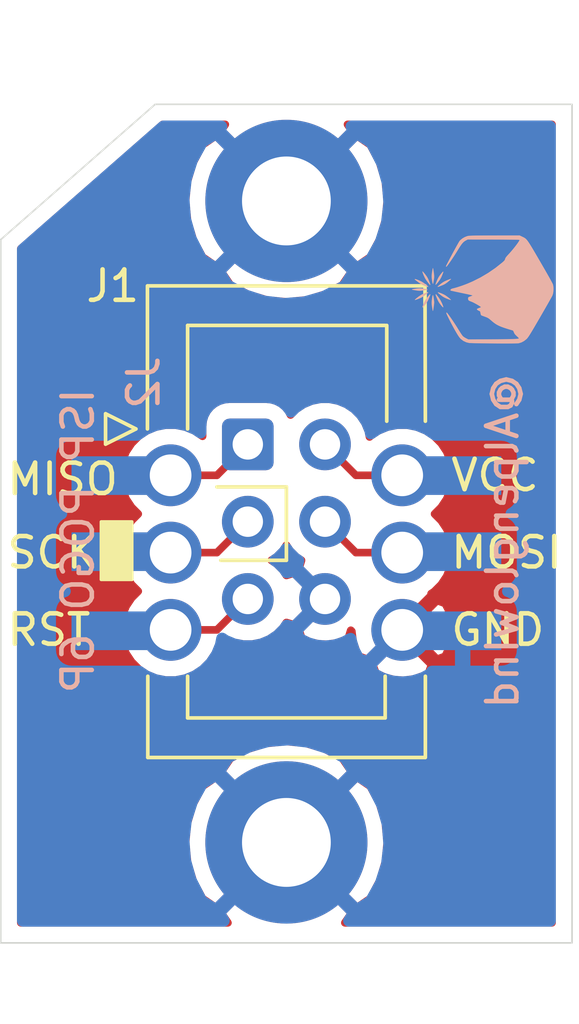
<source format=kicad_pcb>
(kicad_pcb (version 20211014) (generator pcbnew)
  (layers (0 "F.Cu" signal) (31 "B.Cu" signal) (34 "B.Paste" user) (35 "F.Paste" user) (36 "B.SilkS" user "B.Silkscreen") (37 "F.SilkS" user "F.Silkscreen") (38 "B.Mask" user) (39 "F.Mask" user) (44 "Edge.Cuts" user))
  (net 0 "")
  (net 1 "/GND")
  (net 2 "/MOSI")
  (net 3 "/RST")
  (net 4 "/SCK")
  (net 5 "/MISO")
  (net 6 "/VCC")
  (footprint "Alpenglow:MNTG-HOLE-440" (layer "F.Cu") (at 140.208 66.294)
    (fp_text reference "H1" hide)
    (fp_text value "MountingHole")
    (pad "1" thru_hole circle locked (at 0 1.27) (size 5.334 5.334) (drill 2.921) (layers *.Cu *.Mask) (net 1 "/GND"))
  )
  (footprint "Alpenglow:MNTG-HOLE-440" (layer "F.Cu") (at 140.208 87.376)
    (fp_text reference "H2" hide)
    (fp_text value "MountingHole")
    (pad "2" thru_hole circle locked (at 0 1.27) (size 5.334 5.334) (drill 2.921) (layers *.Cu *.Mask) (net 1 "/GND"))
  )
  (footprint "Connector_IDC:IDC-Header_2x03_P2.54mm_Vertical" (layer "F.Cu") (at 138.938 75.565)
    (fp_text reference "J1" (at -4.445 -5.207) (layer "F.SilkS"))
    (fp_text value "AVR-ISP-6")
    (fp_line (start -4.68 -0.008) (end -3.68 -0.508) (layer "F.SilkS") (width 0.12))
    (fp_line (start -3.29 -5.21) (end 5.83 -5.21) (layer "F.SilkS") (width 0.12))
    (fp_line (start -1.98 8.99) (end -1.98 7.62) (layer "F.SilkS") (width 0.12))
    (fp_line (start -3.302 -5.21) (end -3.302 -0.508) (layer "F.SilkS") (width 0.12))
    (fp_line (start -4.68 -1.008) (end -4.68 -0.008) (layer "F.SilkS") (width 0.12))
    (fp_line (start -1.98 -3.91) (end 4.52 -3.91) (layer "F.SilkS") (width 0.12))
    (fp_line (start 5.83 -5.21) (end 5.842 -0.762) (layer "F.SilkS") (width 0.12))
    (fp_line (start 5.842 7.62) (end 5.842 10.29) (layer "F.SilkS") (width 0.12))
    (fp_line (start -1.98 -0.508) (end -1.98 -3.91) (layer "F.SilkS") (width 0.12))
    (fp_line (start 4.52 7.62) (end 4.52 8.99) (layer "F.SilkS") (width 0.12))
    (fp_line (start 5.83 10.29) (end -3.29 10.29) (layer "F.SilkS") (width 0.12))
    (fp_line (start 4.572 -3.91) (end 4.572 -0.762) (layer "F.SilkS") (width 0.12))
    (fp_line (start -3.29 10.29) (end -3.29 7.62) (layer "F.SilkS") (width 0.12))
    (fp_line (start -3.68 -0.508) (end -4.68 -1.008) (layer "F.SilkS") (width 0.12))
    (fp_line (start 4.52 8.99) (end -1.98 8.99) (layer "F.SilkS") (width 0.12))
    (pad "1" thru_hole roundrect locked (at 0 0) (size 1.7 1.7) (drill 1) (layers *.Cu *.Mask) (roundrect_rratio 0.1470588235) (net 5 "/MISO"))
    (pad "2" thru_hole circle locked (at 2.54 0) (size 1.7 1.7) (drill 1) (layers *.Cu *.Mask) (net 6 "/VCC"))
    (pad "3" thru_hole circle locked (at 0 2.54) (size 1.7 1.7) (drill 1) (layers *.Cu *.Mask) (net 4 "/SCK"))
    (pad "4" thru_hole circle locked (at 2.54 2.54) (size 1.7 1.7) (drill 1) (layers *.Cu *.Mask) (net 2 "/MOSI"))
    (pad "5" thru_hole circle locked (at 0 5.08) (size 1.7 1.7) (drill 1) (layers *.Cu *.Mask) (net 3 "/RST"))
    (pad "6" thru_hole circle locked (at 2.54 5.08) (size 1.7 1.7) (drill 1) (layers *.Cu *.Mask) (net 1 "/GND"))
  )
  (footprint "Alpenglow:CONN-ISP-Pogo" (layer "F.Cu") (at 140.208 80.391)
    (fp_text reference "J2" (at -4.699 -6.858 90) (layer "B.SilkS") (effects (justify mirror)))
    (fp_text value "AVR-ISP-6")
    (pad "1" smd rect locked (at -5.8 -3.8) (size 2.54 1.27) (layers "B.Cu" "B.Paste" "B.Mask") (net 5 "/MISO"))
    (pad "1" thru_hole circle locked (at -3.81 -3.81) (size 2.032 2.032) (drill 1.3716) (layers *.Cu *.Mask) (net 5 "/MISO"))
    (pad "2" smd rect locked (at 5.8 -3.8) (size 2.54 1.27) (layers "B.Cu" "B.Paste" "B.Mask") (net 6 "/VCC"))
    (pad "2" thru_hole circle locked (at 3.81 -3.81) (size 2.032 2.032) (drill 1.3716) (layers *.Cu *.Mask) (net 6 "/VCC"))
    (pad "3" smd rect locked (at -5.8 -1.3) (size 2.54 1.27) (layers "B.Cu" "B.Paste" "B.Mask") (net 4 "/SCK"))
    (pad "3" thru_hole circle locked (at -3.81 -1.27) (size 2.032 2.032) (drill 1.3716) (layers *.Cu *.Mask) (net 4 "/SCK"))
    (pad "4" smd rect locked (at 5.8 -1.3) (size 2.54 1.27) (layers "B.Cu" "B.Paste" "B.Mask") (net 2 "/MOSI"))
    (pad "4" thru_hole circle locked (at 3.81 -1.27) (size 2.032 2.032) (drill 1.3716) (layers *.Cu *.Mask) (net 2 "/MOSI"))
    (pad "5" thru_hole circle locked (at -3.81 1.27) (size 2.032 2.032) (drill 1.3716) (layers *.Cu *.Mask) (net 3 "/RST"))
    (pad "5" smd rect locked (at -5.8 1.3) (size 2.54 1.27) (layers "B.Cu" "B.Paste" "B.Mask") (net 3 "/RST"))
    (pad "6" smd rect locked (at 5.8 1.3) (size 2.54 1.27) (layers "B.Cu" "B.Paste" "B.Mask") (net 1 "/GND"))
    (pad "6" thru_hole circle locked (at 3.81 1.27) (size 2.032 2.032) (drill 1.3716) (layers *.Cu *.Mask) (net 1 "/GND"))
  )
  (footprint "Alpenglow:AlpenglowLogo5mm" (layer "B.Cu") (at 146.685 70.485 -90)
    (fp_text reference "G***" hide)
    (fp_text value "LOGO" hide)
    (fp_poly (pts (xy -0.386968 1.691227) (xy -0.34312 1.685819) (xy -0.293485 1.67844) (xy -0.250552 1.67098) (xy -0.220939 1.664632) (xy -0.213722 1.662457) (xy -0.201736 1.656112) (xy -0.208367 1.651295) (xy -0.230909 1.646718) (xy -0.265347 1.640839) (xy -0.310356 1.633142) (xy -0.339825 1.628098) (xy -0.386309 1.621282) (xy -0.42839 1.618409) (xy -0.472855 1.619667) (xy -0.526487 1.62524) (xy -0.594591 1.635086) (xy -0.641844 1.642625) (xy -0.680651 1.649221) (xy -0.705167 1.653861) (xy -0.710045 1.655064) (xy -0.70398 1.658149) (xy -0.679001 1.663724) (xy -0.639055 1.671011) (xy -0.588087 1.679232) (xy -0.585444 1.679635) (xy -0.521749 1.688659) (xy -0.472751 1.693464) (xy -0.430479 1.694252) (xy -0.386968 1.691227)) (layer "B.SilkS") (width 0.01) (fill solid))
    (fp_poly (pts (xy -0.762353 1.215877) (xy -0.76235 1.21516) (xy -0.771876 1.203851) (xy -0.798237 1.182012) (xy -0.838767 1.151482) (xy -0.890803 1.114099) (xy -0.951678 1.071699) (xy -1.018729 1.026122) (xy -1.089289 0.979204) (xy -1.160695 0.932784) (xy -1.23028 0.8887) (xy -1.281171 0.857365) (xy -1.369246 0.803161) (xy -1.439623 0.757742) (xy -1.494933 0.718947) (xy -1.537809 0.684613) (xy -1.570884 0.652577) (xy -1.59679 0.620678) (xy -1.618158 0.586752) (xy -1.624244 0.575539) (xy -1.656772 0.513773) (xy -1.656058 -0.311727) (xy -1.655825 -0.448528) (xy -1.65538 -0.579148) (xy -1.654744 -0.701661) (xy -1.653937 -0.814142) (xy -1.652979 -0.914664) (xy -1.651892 -1.001302) (xy -1.650694 -1.072131) (xy -1.649408 -1.125225) (xy -1.648052 -1.158658) (xy -1.646958 -1.169857) (xy -1.638572 -1.202487) (xy -1.595718 -1.177232) (xy -1.547411 -1.145959) (xy -1.486817 -1.10245) (xy -1.418464 -1.050294) (xy -1.346881 -0.993079) (xy -1.276596 -0.934394) (xy -1.212138 -0.877827) (xy -1.177636 -0.845916) (xy -1.124889 -0.796957) (xy -1.084681 -0.76248) (xy -1.053799 -0.740085) (xy -1.029031 -0.727367) (xy -1.012988 -0.72282) (xy -0.989364 -0.715699) (xy -0.966087 -0.701395) (xy -0.938804 -0.676378) (xy -0.903161 -0.637114) (xy -0.893406 -0.625794) (xy -0.716148 -0.402588) (xy -0.55203 -0.163106) (xy -0.403614 0.088404) (xy -0.273461 0.347695) (xy -0.192478 0.536864) (xy -0.161876 0.616967) (xy -0.131347 0.702325) (xy -0.102524 0.787891) (xy -0.077039 0.86862) (xy -0.056525 0.939468) (xy -0.042613 0.995389) (xy -0.040114 1.007741) (xy -0.029451 1.039705) (xy -0.013261 1.063876) (xy 0.004225 1.076451) (xy 0.018777 1.073626) (xy 0.023681 1.065104) (xy 0.027669 1.049114) (xy 0.035696 1.013424) (xy 0.047133 0.960948) (xy 0.061353 0.894601) (xy 0.07773 0.817297) (xy 0.095635 0.731951) (xy 0.104248 0.690624) (xy 0.122499 0.603909) (xy 0.139499 0.525125) (xy 0.154639 0.45694) (xy 0.167311 0.402022) (xy 0.176905 0.363036) (xy 0.182813 0.342651) (xy 0.18421 0.340276) (xy 0.191085 0.352262) (xy 0.203221 0.380101) (xy 0.218068 0.41792) (xy 0.218965 0.420312) (xy 0.235125 0.460794) (xy 0.24802 0.483853) (xy 0.261179 0.494133) (xy 0.276692 0.496297) (xy 0.310384 0.494303) (xy 0.334207 0.486026) (xy 0.352319 0.467377) (xy 0.368879 0.434268) (xy 0.385783 0.389038) (xy 0.399993 0.354853) (xy 0.421347 0.31082) (xy 0.447472 0.261062) (xy 0.475993 0.209706) (xy 0.504539 0.160875) (xy 0.530737 0.118694) (xy 0.552212 0.087288) (xy 0.566593 0.070782) (xy 0.569751 0.069273) (xy 0.575874 0.07918) (xy 0.58725 0.105058) (xy 0.600364 0.138546) (xy 0.614892 0.174191) (xy 0.627372 0.199194) (xy 0.634619 0.207819) (xy 0.65094 0.19814) (xy 0.669773 0.173891) (xy 0.685887 0.142257) (xy 0.689289 0.132773) (xy 0.698404 0.112105) (xy 0.713409 0.099875) (xy 0.741086 0.09198) (xy 0.762955 0.08819) (xy 0.799202 0.080408) (xy 0.825539 0.071033) (xy 0.83378 0.065099) (xy 0.840966 0.049069) (xy 0.853569 0.016624) (xy 0.869523 -0.026807) (xy 0.879962 -0.056218) (xy 0.901688 -0.113766) (xy 0.923244 -0.157932) (xy 0.949903 -0.197773) (xy 0.986933 -0.24235) (xy 0.99079 -0.246718) (xy 1.038987 -0.302546) (xy 1.080471 -0.354551) (xy 1.116621 -0.405666) (xy 1.148813 -0.458825) (xy 1.178423 -0.516958) (xy 1.206828 -0.583) (xy 1.235406 -0.659883) (xy 1.265533 -0.750538) (xy 1.298586 -0.857899) (xy 1.333643 -0.97698) (xy 1.345826 -0.987838) (xy 1.373085 -1.001845) (xy 1.396012 -1.010993) (xy 1.435024 -1.029076) (xy 1.47154 -1.05616) (xy 1.512195 -1.097311) (xy 1.518921 -1.104852) (xy 1.549427 -1.138127) (xy 1.574724 -1.163412) (xy 1.590643 -1.176621) (xy 1.5932 -1.177636) (xy 1.599429 -1.174005) (xy 1.604899 -1.162215) (xy 1.609665 -1.14092) (xy 1.613783 -1.108774) (xy 1.617307 -1.064432) (xy 1.620294 -1.006546) (xy 1.6228 -0.933771) (xy 1.624879 -0.844761) (xy 1.626587 -0.73817) (xy 1.627981 -0.612652) (xy 1.629114 -0.466861) (xy 1.630043 -0.299451) (xy 1.630122 -0.282696) (xy 1.633682 0.491017) (xy 1.596836 0.565895) (xy 1.572259 0.609838) (xy 1.544508 0.650573) (xy 1.52179 0.676976) (xy 1.500536 0.693793) (xy 1.463025 0.72005) (xy 1.412844 0.753379) (xy 1.35358 0.79141) (xy 1.288818 0.831774) (xy 1.27 0.843287) (xy 1.204553 0.883947) (xy 1.134987 0.928551) (xy 1.063978 0.975242) (xy 0.994201 1.02216) (xy 0.928334 1.06745) (xy 0.86905 1.109252) (xy 0.819027 1.14571) (xy 0.78094 1.174965) (xy 0.757465 1.19516) (xy 0.750998 1.203614) (xy 0.759242 1.212036) (xy 0.761879 1.212273) (xy 0.779926 1.206969) (xy 0.815226 1.192061) (xy 0.864793 1.169058) (xy 0.925639 1.139468) (xy 0.994775 1.104798) (xy 1.069215 1.066556) (xy 1.14597 1.02625) (xy 1.222053 0.985389) (xy 1.294476 0.94548) (xy 1.328368 0.926361) (xy 1.411967 0.87807) (xy 1.477868 0.83825) (xy 1.52898 0.804954) (xy 1.568212 0.776237) (xy 1.598473 0.750152) (xy 1.611965 0.736627) (xy 1.67681 0.651792) (xy 1.721 0.556736) (xy 1.742373 0.466098) (xy 1.744654 0.438758) (xy 1.746838 0.391273) (xy 1.748909 0.326053) (xy 1.75085 0.245507) (xy 1.752645 0.152046) (xy 1.754278 0.048081) (xy 1.755732 -0.06398) (xy 1.756991 -0.181725) (xy 1.758039 -0.302744) (xy 1.758859 -0.424628) (xy 1.759435 -0.544967) (xy 1.759751 -0.661349) (xy 1.75979 -0.771366) (xy 1.759535 -0.872606) (xy 1.758971 -0.96266) (xy 1.758081 -1.039118) (xy 1.756849 -1.099569) (xy 1.755258 -1.141604) (xy 1.753425 -1.162149) (xy 1.725939 -1.25285) (xy 1.679592 -1.340683) (xy 1.618235 -1.418594) (xy 1.607611 -1.429345) (xy 1.590505 -1.444874) (xy 1.56834 -1.46253) (xy 1.539611 -1.483242) (xy 1.502812 -1.507939) (xy 1.456439 -1.53755) (xy 1.398988 -1.573002) (xy 1.328953 -1.615226) (xy 1.244831 -1.66515) (xy 1.145115 -1.723702) (xy 1.028302 -1.791812) (xy 0.895361 -1.868975) (xy 0.781701 -1.934724) (xy 0.672426 -1.997716) (xy 0.569426 -2.056873) (xy 0.474591 -2.111122) (xy 0.389811 -2.159387) (xy 0.316976 -2.200592) (xy 0.257976 -2.233662) (xy 0.214702 -2.257522) (xy 0.189043 -2.271096) (xy 0.185737 -2.272694) (xy 0.12697 -2.291964) (xy 0.054348 -2.304043) (xy -0.023928 -2.308568) (xy -0.099655 -2.305178) (xy -0.164631 -2.293509) (xy -0.179463 -2.288822) (xy -0.200605 -2.279068) (xy -0.239549 -2.258818) (xy -0.294174 -2.229253) (xy -0.362363 -2.191558) (xy -0.441997 -2.146914) (xy -0.530957 -2.096504) (xy -0.627125 -2.041512) (xy -0.728382 -1.983119) (xy -0.762508 -1.963331) (xy -0.917141 -1.873557) (xy -1.05314 -1.794533) (xy -1.171806 -1.725355) (xy -1.274438 -1.665118) (xy -1.362337 -1.612917) (xy -1.436802 -1.567849) (xy -1.499134 -1.529007) (xy -1.550633 -1.495488) (xy -1.592599 -1.466387) (xy -1.626332 -1.440799) (xy -1.653132 -1.41782) (xy -1.6743 -1.396545) (xy -1.691134 -1.376069) (xy -1.704936 -1.355489) (xy -1.717005 -1.333899) (xy -1.728642 -1.310394) (xy -1.741147 -1.28407) (xy -1.742353 -1.281545) (xy -1.783772 -1.194954) (xy -1.782298 -0.369454) (xy -1.781976 -0.210036) (xy -1.781593 -0.071995) (xy -1.781105 0.046381) (xy -1.780472 0.146806) (xy -1.779652 0.230994) (xy -1.778602 0.300658) (xy -1.77728 0.357511) (xy -1.775645 0.403266) (xy -1.773654 0.439637) (xy -1.771266 0.468336) (xy -1.768439 0.491079) (xy -1.76513 0.509577) (xy -1.761298 0.525544) (xy -1.760292 0.529202) (xy -1.729842 0.60811) (xy -1.685465 0.68427) (xy -1.632307 0.749584) (xy -1.603529 0.776061) (xy -1.585089 0.788332) (xy -1.549733 0.809365) (xy -1.500141 0.837716) (xy -1.438995 0.871942) (xy -1.368976 0.910602) (xy -1.292766 0.952253) (xy -1.213047 0.995452) (xy -1.132499 1.038756) (xy -1.053805 1.080724) (xy -0.979646 1.119912) (xy -0.912703 1.154878) (xy -0.855657 1.18418) (xy -0.811191 1.206375) (xy -0.781986 1.22002) (xy -0.771215 1.223819) (xy -0.762353 1.215877)) (layer "B.SilkS") (width 0.01) (fill solid))
    (fp_poly (pts (xy 0.091591 1.487704) (xy 0.110746 1.46863) (xy 0.137993 1.43759) (xy 0.166461 1.402706) (xy 0.213053 1.339964) (xy 0.248395 1.281544) (xy 0.278695 1.216653) (xy 0.2907 1.18671) (xy 0.308572 1.139139) (xy 0.322155 1.100088) (xy 0.329917 1.074163) (xy 0.330896 1.065957) (xy 0.322317 1.072495) (xy 0.302648 1.093862) (xy 0.274917 1.126616) (xy 0.245793 1.162703) (xy 0.194829 1.232106) (xy 0.1561 1.297796) (xy 0.123528 1.370124) (xy 0.122633 1.372378) (xy 0.104918 1.419021) (xy 0.091555 1.457929) (xy 0.084222 1.483981) (xy 0.083497 1.491628) (xy 0.091591 1.487704)) (layer "B.SilkS") (width 0.01) (fill solid))
    (fp_poly (pts (xy 0.474864 1.691785) (xy 0.532289 1.684923) (xy 0.559268 1.680985) (xy 0.610399 1.67302) (xy 0.652328 1.665963) (xy 0.680266 1.660654) (xy 0.689433 1.658143) (xy 0.681098 1.654651) (xy 0.654965 1.649219) (xy 0.616174 1.642594) (xy 0.569862 1.635518) (xy 0.521167 1.628737) (xy 0.475226 1.622994) (xy 0.437179 1.619033) (xy 0.412162 1.617599) (xy 0.409864 1.617648) (xy 0.378296 1.620293) (xy 0.336069 1.625478) (xy 0.311728 1.629052) (xy 0.251772 1.638599) (xy 0.211717 1.645492) (xy 0.188636 1.650552) (xy 0.179602 1.654601) (xy 0.181688 1.658462) (xy 0.19156 1.662801) (xy 0.213363 1.668288) (xy 0.251523 1.67528) (xy 0.29946 1.682628) (xy 0.324333 1.685985) (xy 0.380109 1.69212) (xy 0.427212 1.694119) (xy 0.474864 1.691785)) (layer "B.SilkS") (width 0.01) (fill solid))
    (fp_poly (pts (xy 0.328356 2.236121) (xy 0.319443 2.207082) (xy 0.304916 2.165833) (xy 0.289827 2.125998) (xy 0.258429 2.05286) (xy 0.224263 1.991071) (xy 0.180777 1.929201) (xy 0.166424 1.910794) (xy 0.134565 1.871017) (xy 0.108263 1.838981) (xy 0.0906 1.818388) (xy 0.084728 1.812637) (xy 0.081459 1.821837) (xy 0.081404 1.827069) (xy 0.08578 1.843425) (xy 0.097079 1.875727) (xy 0.113362 1.918599) (xy 0.124964 1.947769) (xy 0.165396 2.033512) (xy 0.216739 2.114463) (xy 0.246385 2.153845) (xy 0.278341 2.193482) (xy 0.305026 2.224666) (xy 0.323374 2.243936) (xy 0.330137 2.248349) (xy 0.328356 2.236121)) (layer "B.SilkS") (width 0.01) (fill solid))
    (fp_poly (pts (xy -0.342976 2.249451) (xy -0.331812 2.236851) (xy -0.318574 2.219703) (xy -0.295283 2.189581) (xy -0.266024 2.151769) (xy -0.252063 2.133735) (xy -0.219026 2.087691) (xy -0.188867 2.039768) (xy -0.16682 1.998454) (xy -0.162585 1.988655) (xy -0.143564 1.940738) (xy -0.123339 1.889798) (xy -0.115623 1.870364) (xy -0.104491 1.838603) (xy -0.099979 1.817636) (xy -0.101612 1.812637) (xy -0.111837 1.821229) (xy -0.132809 1.844543) (xy -0.161342 1.878888) (xy -0.190147 1.915265) (xy -0.23981 1.984084) (xy -0.277721 2.049261) (xy -0.310104 2.121653) (xy -0.313736 2.130884) (xy -0.335792 2.190368) (xy -0.348052 2.23016) (xy -0.350464 2.249956) (xy -0.342976 2.249451)) (layer "B.SilkS") (width 0.01) (fill solid))
    (fp_poly (pts (xy -0.17427 1.559207) (xy -0.193715 1.540127) (xy -0.225043 1.512884) (xy -0.260755 1.483814) (xy -0.333323 1.430777) (xy -0.403315 1.390184) (xy -0.470584 1.360003) (xy -0.517685 1.341594) (xy -0.55737 1.327095) (xy -0.584412 1.318359) (xy -0.592806 1.316652) (xy -0.592992 1.323418) (xy -0.578579 1.340127) (xy -0.565727 1.351888) (xy -0.496545 1.408746) (xy -0.435161 1.452487) (xy -0.374459 1.487623) (xy -0.30732 1.518665) (xy -0.29378 1.524257) (xy -0.246147 1.542973) (xy -0.206296 1.557392) (xy -0.179112 1.565819) (xy -0.169924 1.567172) (xy -0.17427 1.559207)) (layer "B.SilkS") (width 0.01) (fill solid))
    (fp_poly (pts (xy -0.590469 1.997716) (xy -0.563606 1.989848) (xy -0.524002 1.97561) (xy -0.481031 1.958528) (xy -0.390959 1.91649) (xy -0.311004 1.867554) (xy -0.261667 1.831103) (xy -0.210768 1.791028) (xy -0.178033 1.763724) (xy -0.164013 1.748497) (xy -0.169259 1.744653) (xy -0.194322 1.751495) (xy -0.239753 1.76833) (xy -0.294409 1.789824) (xy -0.370593 1.823408) (xy -0.435665 1.860777) (xy -0.501406 1.908746) (xy -0.505113 1.911698) (xy -0.544318 1.943914) (xy -0.575688 1.971393) (xy -0.595443 1.990717) (xy -0.600363 1.997821) (xy -0.590469 1.997716)) (layer "B.SilkS") (width 0.01) (fill solid))
    (fp_poly (pts (xy 0.188216 1.55515) (xy 0.237269 1.53739) (xy 0.278933 1.520642) (xy 0.356287 1.485516) (xy 0.421713 1.44774) (xy 0.486075 1.400931) (xy 0.495417 1.393457) (xy 0.534853 1.36025) (xy 0.561152 1.335205) (xy 0.572328 1.32036) (xy 0.569768 1.317138) (xy 0.550321 1.321825) (xy 0.51546 1.333651) (xy 0.470958 1.350572) (xy 0.442484 1.362133) (xy 0.350407 1.408224) (xy 0.254468 1.470477) (xy 0.161367 1.544521) (xy 0.156634 1.548696) (xy 0.147293 1.560942) (xy 0.158022 1.563047) (xy 0.188216 1.55515)) (layer "B.SilkS") (width 0.01) (fill solid))
    (fp_poly (pts (xy -0.10048 1.491732) (xy -0.106348 1.468695) (xy -0.115212 1.444225) (xy -0.13407 1.396692) (xy -0.154626 1.344832) (xy -0.162544 1.324841) (xy -0.193021 1.264227) (xy -0.240302 1.194755) (xy -0.305586 1.114693) (xy -0.316275 1.102489) (xy -0.338742 1.078527) (xy -0.35372 1.0654) (xy -0.357428 1.064837) (xy -0.353587 1.078395) (xy -0.342815 1.108582) (xy -0.326866 1.150633) (xy -0.311462 1.189847) (xy -0.278651 1.264408) (xy -0.242882 1.327379) (xy -0.19764 1.389986) (xy -0.189034 1.400784) (xy -0.156619 1.440205) (xy -0.128929 1.472342) (xy -0.109466 1.49322) (xy -0.102466 1.499066) (xy -0.10048 1.491732)) (layer "B.SilkS") (width 0.01) (fill solid))
    (fp_poly (pts (xy 0.573448 1.990861) (xy 0.556751 1.973177) (xy 0.527365 1.947048) (xy 0.490092 1.916726) (xy 0.451117 1.886883) (xy 0.415949 1.862323) (xy 0.380166 1.840735) (xy 0.339341 1.819806) (xy 0.289053 1.797225) (xy 0.224875 1.77068) (xy 0.164523 1.746604) (xy 0.151514 1.747094) (xy 0.150116 1.750788) (xy 0.15865 1.761623) (xy 0.181684 1.78309) (xy 0.215393 1.811769) (xy 0.244494 1.835252) (xy 0.328488 1.894444) (xy 0.416026 1.940242) (xy 0.447617 1.953593) (xy 0.495354 1.972112) (xy 0.536362 1.98675) (xy 0.565127 1.995607) (xy 0.574588 1.997364) (xy 0.573448 1.990861)) (layer "B.SilkS") (width 0.01) (fill solid))
    (fp_poly (pts (xy -0.007022 2.33306) (xy -0.000334 2.304141) (xy 0.007579 2.261592) (xy 0.014536 2.218251) (xy 0.022919 2.158027) (xy 0.027059 2.111612) (xy 0.027035 2.07013) (xy 0.022924 2.024704) (xy 0.016613 1.978682) (xy 0.007502 1.91712) (xy 0.000981 1.875334) (xy -0.003695 1.850254) (xy -0.00727 1.838808) (xy -0.010491 1.837925) (xy -0.014102 1.844532) (xy -0.01527 1.847273) (xy -0.019818 1.865668) (xy -0.026131 1.901107) (xy -0.033219 1.947712) (xy -0.037513 1.979208) (xy -0.044258 2.039284) (xy -0.046636 2.089596) (xy -0.044567 2.140104) (xy -0.037973 2.200772) (xy -0.035597 2.218777) (xy -0.028177 2.269194) (xy -0.021017 2.309871) (xy -0.015012 2.336161) (xy -0.011526 2.343728) (xy -0.007022 2.33306)) (layer "B.SilkS") (width 0.01) (fill solid))
  )
  (gr_line (start 140.208 79.375) (end 138.049 79.375) (layer "F.SilkS") (width 0.12))
  (gr_line (start 140.208 76.962) (end 140.208 79.375) (layer "F.SilkS") (width 0.12))
  (gr_poly (pts (xy 135.128 80.01) (xy 134.112 80.01) (xy 134.112 78.105) (xy 135.128 78.105)) (layer "F.SilkS") (width 0.1) (fill solid))
  (gr_line (start 137.922 76.962) (end 140.208 76.962) (layer "F.SilkS") (width 0.12))
  (gr_line (start 149.606 91.948) (end 130.81 91.948) (layer "Edge.Cuts") (width 0.05))
  (gr_line (start 130.81 91.948) (end 130.81 68.834) (layer "Edge.Cuts") (width 0.05))
  (gr_line (start 149.606 64.389) (end 149.606 91.948) (layer "Edge.Cuts") (width 0.05))
  (gr_line (start 135.89 64.389) (end 130.81 68.834) (layer "Edge.Cuts") (width 0.05))
  (gr_line (start 135.89 64.389) (end 149.606 64.389) (layer "Edge.Cuts") (width 0.05))
  (gr_text "@AlpenglowInd" (at 147.32 78.74 90) (layer "B.SilkS") (effects (font (size 1 1)) (justify mirror)))
  (gr_text "ISP POGO 6P" (at 133.35 78.74 90) (layer "B.SilkS") (effects (font (size 1 1)) (justify mirror)))
  (gr_text "GND" (at 145.542 81.661) (layer "F.SilkS") (effects (font (size 1 1)) (justify left)))
  (gr_text "MISO" (at 130.937 76.708) (layer "F.SilkS") (effects (font (size 1 1)) (justify left)))
  (gr_text "SCK" (at 130.937 79.121) (layer "F.SilkS") (effects (font (size 1 1)) (justify left)))
  (gr_text "RST" (at 130.937 81.661) (layer "F.SilkS") (effects (font (size 1 1)) (justify left)))
  (gr_text "VCC" (at 145.542 76.581) (layer "F.SilkS") (effects (font (size 1 1)) (justify left)))
  (gr_text "MOSI" (at 145.542 79.121) (layer "F.SilkS") (effects (font (size 1 1)) (justify left)))
  (segment (start 145.978 81.661) (end 146.008 81.691) (width 0.25) (layer "B.Cu") (net 1))
  (segment (start 146.008 81.691) (end 146.008 83.778) (width 0.508) (layer "B.Cu") (net 1))
  (segment (start 142.494 79.121) (end 141.478 78.105) (width 0.25) (layer "F.Cu") (net 2))
  (segment (start 144.018 79.121) (end 142.494 79.121) (width 0.25) (layer "F.Cu") (net 2))
  (segment (start 144.048 79.091) (end 144.018 79.121) (width 0.25) (layer "B.Cu") (net 2))
  (segment (start 146.008 79.091) (end 144.048 79.091) (width 0.25) (layer "B.Cu") (net 2))
  (segment (start 136.398 81.661) (end 137.922 81.661) (width 0.25) (layer "F.Cu") (net 3))
  (segment (start 137.922 81.661) (end 138.938 80.645) (width 0.25) (layer "F.Cu") (net 3))
  (segment (start 136.398 81.661) (end 134.438 81.661) (width 0.25) (layer "B.Cu") (net 3))
  (segment (start 134.438 81.661) (end 134.408 81.691) (width 0.25) (layer "B.Cu") (net 3))
  (segment (start 136.398 79.121) (end 137.922 79.121) (width 0.25) (layer "F.Cu") (net 4))
  (segment (start 137.922 79.121) (end 138.938 78.105) (width 0.25) (layer "F.Cu") (net 4))
  (segment (start 134.438 79.121) (end 134.408 79.091) (width 0.25) (layer "B.Cu") (net 4))
  (segment (start 136.398 79.121) (end 134.438 79.121) (width 0.25) (layer "B.Cu") (net 4))
  (segment (start 137.922 76.581) (end 138.938 75.565) (width 0.25) (layer "F.Cu") (net 5))
  (segment (start 136.398 76.581) (end 137.922 76.581) (width 0.25) (layer "F.Cu") (net 5))
  (segment (start 136.398 76.581) (end 134.418 76.581) (width 0.25) (layer "B.Cu") (net 5))
  (segment (start 134.418 76.581) (end 134.408 76.591) (width 0.25) (layer "B.Cu") (net 5))
  (segment (start 142.494 76.581) (end 141.478 75.565) (width 0.25) (layer "F.Cu") (net 6))
  (segment (start 144.018 76.581) (end 142.494 76.581) (width 0.25) (layer "F.Cu") (net 6))
  (segment (start 146.008 76.591) (end 144.028 76.591) (width 0.25) (layer "B.Cu") (net 6))
  (segment (start 144.028 76.591) (end 144.018 76.581) (width 0.25) (layer "B.Cu") (net 6))
  (zone (net 1) (net_name "/GND") (layer "F.Cu") (connect_pads (clearance 0.508)) (min_thickness 0.254) (fill yes (thermal_gap 0.508) (thermal_bridge_width 0.508))
    (polygon (pts (xy 149.86 94.615) (xy 130.81 94.615) (xy 130.81 66.675) (xy 135.89 60.96) (xy 149.86 60.96)))
  )
  (zone (net 1) (net_name "/GND") (layer "B.Cu") (connect_pads (clearance 0.508)) (min_thickness 0.381) (fill yes (thermal_gap 0.508) (thermal_bridge_width 0.508))
    (polygon (pts (xy 149.86 94.615) (xy 130.81 94.615) (xy 130.81 66.675) (xy 135.89 60.96) (xy 149.86 60.96)))
  )
)
</source>
